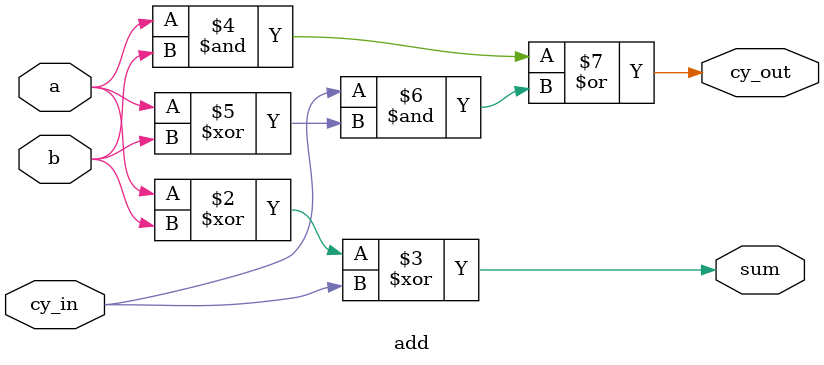
<source format=v>
`timescale 1ns / 1ps


module add(
    input a,b,cy_in,
    output reg sum,cy_out
    );
    always@(*)
    begin
    sum = a^b^cy_in;
    cy_out = (a&b)|cy_in&(a^b);
    end
endmodule

</source>
